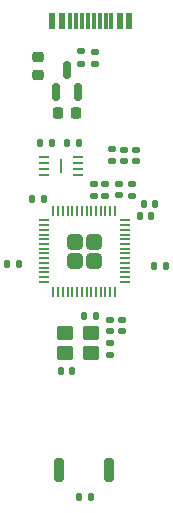
<source format=gbr>
%TF.GenerationSoftware,KiCad,Pcbnew,9.0.6*%
%TF.CreationDate,2025-12-02T19:28:56-05:00*%
%TF.ProjectId,DEVBOARD,44455642-4f41-4524-942e-6b696361645f,rev?*%
%TF.SameCoordinates,Original*%
%TF.FileFunction,Paste,Top*%
%TF.FilePolarity,Positive*%
%FSLAX46Y46*%
G04 Gerber Fmt 4.6, Leading zero omitted, Abs format (unit mm)*
G04 Created by KiCad (PCBNEW 9.0.6) date 2025-12-02 19:28:56*
%MOMM*%
%LPD*%
G01*
G04 APERTURE LIST*
G04 Aperture macros list*
%AMRoundRect*
0 Rectangle with rounded corners*
0 $1 Rounding radius*
0 $2 $3 $4 $5 $6 $7 $8 $9 X,Y pos of 4 corners*
0 Add a 4 corners polygon primitive as box body*
4,1,4,$2,$3,$4,$5,$6,$7,$8,$9,$2,$3,0*
0 Add four circle primitives for the rounded corners*
1,1,$1+$1,$2,$3*
1,1,$1+$1,$4,$5*
1,1,$1+$1,$6,$7*
1,1,$1+$1,$8,$9*
0 Add four rect primitives between the rounded corners*
20,1,$1+$1,$2,$3,$4,$5,0*
20,1,$1+$1,$4,$5,$6,$7,0*
20,1,$1+$1,$6,$7,$8,$9,0*
20,1,$1+$1,$8,$9,$2,$3,0*%
G04 Aperture macros list end*
%ADD10RoundRect,0.140000X0.140000X0.170000X-0.140000X0.170000X-0.140000X-0.170000X0.140000X-0.170000X0*%
%ADD11R,0.600000X1.450000*%
%ADD12R,0.300000X1.450000*%
%ADD13RoundRect,0.040000X-0.040000X-0.605000X0.040000X-0.605000X0.040000X0.605000X-0.040000X0.605000X0*%
%ADD14RoundRect,0.062500X-0.387500X-0.062500X0.387500X-0.062500X0.387500X0.062500X-0.387500X0.062500X0*%
%ADD15RoundRect,0.140000X0.170000X-0.140000X0.170000X0.140000X-0.170000X0.140000X-0.170000X-0.140000X0*%
%ADD16RoundRect,0.150000X0.150000X-0.587500X0.150000X0.587500X-0.150000X0.587500X-0.150000X-0.587500X0*%
%ADD17RoundRect,0.140000X-0.170000X0.140000X-0.170000X-0.140000X0.170000X-0.140000X0.170000X0.140000X0*%
%ADD18RoundRect,0.135000X-0.185000X0.135000X-0.185000X-0.135000X0.185000X-0.135000X0.185000X0.135000X0*%
%ADD19RoundRect,0.140000X-0.140000X-0.170000X0.140000X-0.170000X0.140000X0.170000X-0.140000X0.170000X0*%
%ADD20RoundRect,0.135000X0.135000X0.185000X-0.135000X0.185000X-0.135000X-0.185000X0.135000X-0.185000X0*%
%ADD21RoundRect,0.200000X-0.200000X-0.800000X0.200000X-0.800000X0.200000X0.800000X-0.200000X0.800000X0*%
%ADD22RoundRect,0.249999X-0.395001X-0.395001X0.395001X-0.395001X0.395001X0.395001X-0.395001X0.395001X0*%
%ADD23RoundRect,0.050000X-0.387500X-0.050000X0.387500X-0.050000X0.387500X0.050000X-0.387500X0.050000X0*%
%ADD24RoundRect,0.050000X-0.050000X-0.387500X0.050000X-0.387500X0.050000X0.387500X-0.050000X0.387500X0*%
%ADD25RoundRect,0.250000X0.450000X0.350000X-0.450000X0.350000X-0.450000X-0.350000X0.450000X-0.350000X0*%
%ADD26RoundRect,0.225000X-0.250000X0.225000X-0.250000X-0.225000X0.250000X-0.225000X0.250000X0.225000X0*%
%ADD27RoundRect,0.225000X0.225000X0.250000X-0.225000X0.250000X-0.225000X-0.250000X0.225000X-0.250000X0*%
%ADD28RoundRect,0.135000X-0.135000X-0.185000X0.135000X-0.185000X0.135000X0.185000X-0.135000X0.185000X0*%
G04 APERTURE END LIST*
D10*
%TO.C,C15*%
X148163354Y-110290324D03*
X147203354Y-110290324D03*
%TD*%
D11*
%TO.C,J1*%
X153000000Y-80695000D03*
X152200000Y-80695000D03*
D12*
X151000000Y-80695000D03*
X150000000Y-80695000D03*
X149500000Y-80695000D03*
X148500000Y-80695000D03*
D11*
X147300000Y-80695000D03*
X146500000Y-80695000D03*
X146500000Y-80695000D03*
X147300000Y-80695000D03*
D12*
X148000000Y-80695000D03*
X149000000Y-80695000D03*
X150500000Y-80695000D03*
X151500000Y-80695000D03*
D11*
X152200000Y-80695000D03*
X153000000Y-80695000D03*
%TD*%
D13*
%TO.C,U4*%
X147250000Y-93000000D03*
D14*
X145825000Y-92250000D03*
X145825000Y-92750000D03*
X145825000Y-93250000D03*
X145825000Y-93750000D03*
X148675000Y-93750000D03*
X148675000Y-93250000D03*
X148675000Y-92750000D03*
X148675000Y-92250000D03*
%TD*%
D15*
%TO.C,C6*%
X152560342Y-92549722D03*
X152560342Y-91589722D03*
%TD*%
D10*
%TO.C,C3*%
X143650605Y-101261264D03*
X142690605Y-101261264D03*
%TD*%
D16*
%TO.C,U2*%
X146800000Y-86687500D03*
X148700000Y-86687500D03*
X147750000Y-84812500D03*
%TD*%
D15*
%TO.C,C11*%
X151547092Y-92532466D03*
X151547092Y-91572466D03*
%TD*%
%TO.C,C10*%
X152104983Y-95433019D03*
X152104983Y-94473019D03*
%TD*%
D17*
%TO.C,C12*%
X152386750Y-106002744D03*
X152386750Y-106962744D03*
%TD*%
D18*
%TO.C,R4*%
X150986750Y-94472744D03*
X150986750Y-95492744D03*
%TD*%
%TO.C,R3*%
X149986750Y-94472744D03*
X149986750Y-95492744D03*
%TD*%
D19*
%TO.C,C1*%
X154224784Y-96165452D03*
X155184784Y-96165452D03*
%TD*%
D20*
%TO.C,R6*%
X149760000Y-121000000D03*
X148740000Y-121000000D03*
%TD*%
D21*
%TO.C,SW1*%
X147050000Y-118750000D03*
X151250000Y-118750000D03*
%TD*%
D22*
%TO.C,U1*%
X148386750Y-99382744D03*
X148386750Y-100982744D03*
X149986750Y-99382744D03*
X149986750Y-100982744D03*
D23*
X145749250Y-97582744D03*
X145749250Y-97982744D03*
X145749250Y-98382744D03*
X145749250Y-98782744D03*
X145749250Y-99182744D03*
X145749250Y-99582744D03*
X145749250Y-99982744D03*
X145749250Y-100382744D03*
X145749250Y-100782744D03*
X145749250Y-101182744D03*
X145749250Y-101582744D03*
X145749250Y-101982744D03*
X145749250Y-102382744D03*
X145749250Y-102782744D03*
D24*
X146586750Y-103620244D03*
X146986750Y-103620244D03*
X147386750Y-103620244D03*
X147786750Y-103620244D03*
X148186750Y-103620244D03*
X148586750Y-103620244D03*
X148986750Y-103620244D03*
X149386750Y-103620244D03*
X149786750Y-103620244D03*
X150186750Y-103620244D03*
X150586750Y-103620244D03*
X150986750Y-103620244D03*
X151386750Y-103620244D03*
X151786750Y-103620244D03*
D23*
X152624250Y-102782744D03*
X152624250Y-102382744D03*
X152624250Y-101982744D03*
X152624250Y-101582744D03*
X152624250Y-101182744D03*
X152624250Y-100782744D03*
X152624250Y-100382744D03*
X152624250Y-99982744D03*
X152624250Y-99582744D03*
X152624250Y-99182744D03*
X152624250Y-98782744D03*
X152624250Y-98382744D03*
X152624250Y-97982744D03*
X152624250Y-97582744D03*
D24*
X151786750Y-96745244D03*
X151386750Y-96745244D03*
X150986750Y-96745244D03*
X150586750Y-96745244D03*
X150186750Y-96745244D03*
X149786750Y-96745244D03*
X149386750Y-96745244D03*
X148986750Y-96745244D03*
X148586750Y-96745244D03*
X148186750Y-96745244D03*
X147786750Y-96745244D03*
X147386750Y-96745244D03*
X146986750Y-96745244D03*
X146586750Y-96745244D03*
%TD*%
D25*
%TO.C,Y1*%
X149736750Y-107132744D03*
X147536750Y-107132744D03*
X147536750Y-108832744D03*
X149736750Y-108832744D03*
%TD*%
D10*
%TO.C,C4*%
X145750000Y-95750000D03*
X144790000Y-95750000D03*
%TD*%
D18*
%TO.C,R2*%
X148909748Y-83279854D03*
X148909748Y-84299854D03*
%TD*%
D10*
%TO.C,C17*%
X148720000Y-91000000D03*
X147760000Y-91000000D03*
%TD*%
D26*
%TO.C,C13*%
X145250000Y-83725000D03*
X145250000Y-85275000D03*
%TD*%
D17*
%TO.C,C2*%
X151386750Y-106002744D03*
X151386750Y-106962744D03*
%TD*%
D20*
%TO.C,R5*%
X150166722Y-105636947D03*
X149146722Y-105636947D03*
%TD*%
D27*
%TO.C,C14*%
X148525000Y-88500000D03*
X146975000Y-88500000D03*
%TD*%
D18*
%TO.C,R1*%
X150105032Y-83289651D03*
X150105032Y-84309651D03*
%TD*%
D19*
%TO.C,C9*%
X155114209Y-101427535D03*
X156074209Y-101427535D03*
%TD*%
D15*
%TO.C,C7*%
X153560342Y-92549722D03*
X153560342Y-91589722D03*
%TD*%
%TO.C,C16*%
X151386750Y-108962744D03*
X151386750Y-108002744D03*
%TD*%
%TO.C,C5*%
X153236750Y-95482744D03*
X153236750Y-94522744D03*
%TD*%
D19*
%TO.C,C8*%
X153878693Y-97237920D03*
X154838693Y-97237920D03*
%TD*%
D28*
%TO.C,R7*%
X145480000Y-91000000D03*
X146500000Y-91000000D03*
%TD*%
M02*

</source>
